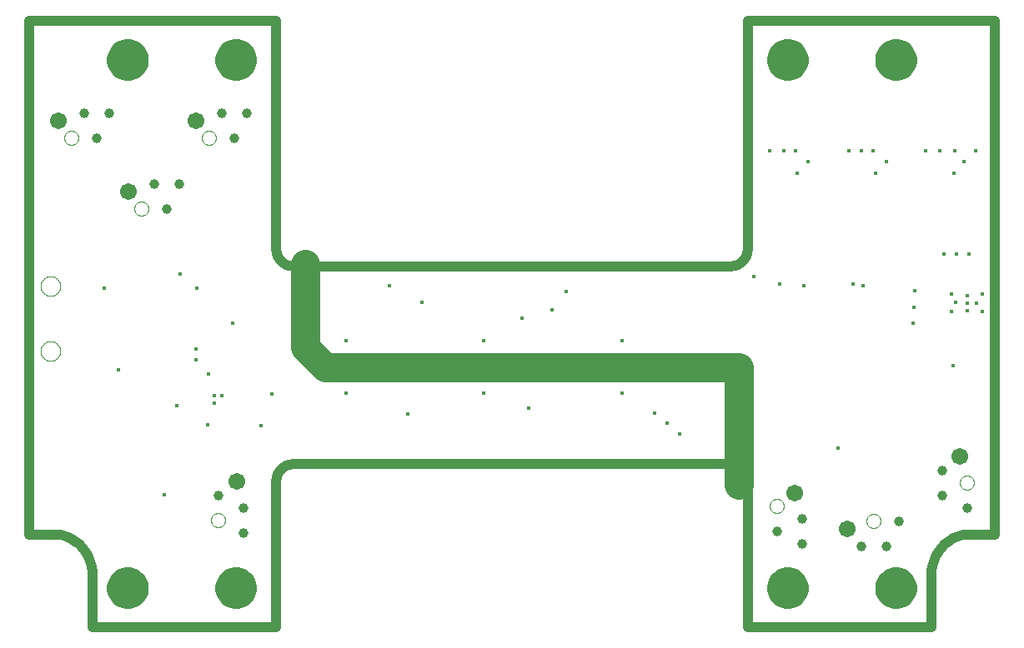
<source format=gbr>
%TF.GenerationSoftware,Altium Limited,Altium Designer,22.9.1 (49)*%
G04 Layer_Physical_Order=3*
G04 Layer_Color=128*
%FSLAX45Y45*%
%MOMM*%
%TF.SameCoordinates,925A93EA-3B44-44BF-AA41-ED200E7300F1*%
%TF.FilePolarity,Negative*%
%TF.FileFunction,Copper,L3,Inr,Plane*%
%TF.Part,Single*%
G01*
G75*
%TA.AperFunction,NonConductor*%
%ADD48C,1.01600*%
%ADD49C,3.00000*%
%TA.AperFunction,ComponentPad*%
%ADD50C,1.70320*%
%ADD51C,1.00320*%
G04:AMPARAMS|DCode=52|XSize=1.6032mm|YSize=1.6032mm|CornerRadius=0mm|HoleSize=0mm|Usage=FLASHONLY|Rotation=0.000|XOffset=0mm|YOffset=0mm|HoleType=Round|Shape=Relief|Width=0.1016mm|Gap=0.1016mm|Entries=4|*
%AMTHD52*
7,0,0,1.60320,1.40000,0.10160,45*
%
%ADD52THD52*%
G04:AMPARAMS|DCode=53|XSize=2.1032mm|YSize=2.1032mm|CornerRadius=0mm|HoleSize=0mm|Usage=FLASHONLY|Rotation=0.000|XOffset=0mm|YOffset=0mm|HoleType=Round|Shape=Relief|Width=0.1016mm|Gap=0.1016mm|Entries=4|*
%AMTHD53*
7,0,0,2.10320,1.90000,0.10160,45*
%
%ADD53THD53*%
%TA.AperFunction,ViaPad*%
%ADD54C,0.40320*%
G36*
X8847305Y5923778D02*
X8876423Y5911717D01*
X8902629Y5894207D01*
X8924915Y5871921D01*
X8942425Y5845715D01*
X8954486Y5816597D01*
X8960635Y5785685D01*
X8960635Y5769927D01*
X8960635Y5754168D01*
X8954486Y5723256D01*
X8942425Y5694138D01*
X8924915Y5667933D01*
X8902629Y5645647D01*
X8876423Y5628137D01*
X8847305Y5616075D01*
X8816394Y5609927D01*
X8784877Y5609927D01*
X8753965Y5616075D01*
X8724847Y5628137D01*
X8698641Y5645647D01*
X8676355Y5667933D01*
X8658845Y5694138D01*
X8646784Y5723256D01*
X8640635Y5754168D01*
X8640635Y5769927D01*
X8640635Y5785685D01*
X8646784Y5816597D01*
X8658845Y5845715D01*
X8676355Y5871921D01*
X8698641Y5894207D01*
X8724847Y5911717D01*
X8753965Y5923778D01*
X8784877Y5929927D01*
X8816394Y5929927D01*
X8847305Y5923778D01*
X8847305Y5923778D02*
G37*
G36*
X7747305Y5923778D02*
X7776423Y5911717D01*
X7802629Y5894207D01*
X7824915Y5871921D01*
X7842425Y5845715D01*
X7854486Y5816597D01*
X7860635Y5785685D01*
X7860635Y5769927D01*
X7860635Y5754168D01*
X7854486Y5723256D01*
X7842425Y5694138D01*
X7824915Y5667933D01*
X7802629Y5645647D01*
X7776423Y5628137D01*
X7747305Y5616075D01*
X7716394Y5609927D01*
X7684876Y5609927D01*
X7653965Y5616075D01*
X7624847Y5628137D01*
X7598641Y5645647D01*
X7576355Y5667933D01*
X7558845Y5694138D01*
X7546784Y5723256D01*
X7540635Y5754168D01*
X7540635Y5769927D01*
X7540635Y5785685D01*
X7546784Y5816597D01*
X7558845Y5845715D01*
X7576355Y5871921D01*
X7598641Y5894207D01*
X7624847Y5911717D01*
X7653965Y5923778D01*
X7684876Y5929927D01*
X7716394Y5929927D01*
X7747305Y5923778D01*
X7747305Y5923778D02*
G37*
G36*
X2147305Y5923778D02*
X2176423Y5911717D01*
X2202629Y5894207D01*
X2224915Y5871921D01*
X2242425Y5845715D01*
X2254486Y5816597D01*
X2260635Y5785685D01*
X2260635Y5769927D01*
X2260635Y5754168D01*
X2254486Y5723256D01*
X2242425Y5694138D01*
X2224915Y5667933D01*
X2202629Y5645647D01*
X2176423Y5628137D01*
X2147305Y5616075D01*
X2116394Y5609927D01*
X2084876Y5609927D01*
X2053965Y5616075D01*
X2024847Y5628137D01*
X1998641Y5645647D01*
X1976355Y5667933D01*
X1958845Y5694138D01*
X1946784Y5723256D01*
X1940635Y5754168D01*
X1940635Y5769927D01*
X1940635Y5785685D01*
X1946784Y5816597D01*
X1958845Y5845715D01*
X1976355Y5871921D01*
X1998641Y5894207D01*
X2024847Y5911717D01*
X2053965Y5923778D01*
X2084876Y5929927D01*
X2116394Y5929927D01*
X2147305Y5923778D01*
X2147305Y5923778D02*
G37*
G36*
X1047305Y5923778D02*
X1076423Y5911717D01*
X1102629Y5894207D01*
X1124915Y5871921D01*
X1142425Y5845715D01*
X1154486Y5816597D01*
X1160635Y5785685D01*
X1160635Y5769927D01*
X1160635Y5754168D01*
X1154486Y5723256D01*
X1142425Y5694138D01*
X1124915Y5667933D01*
X1102629Y5645647D01*
X1076423Y5628137D01*
X1047305Y5616075D01*
X1016393Y5609927D01*
X984876Y5609927D01*
X953965Y5616075D01*
X924847Y5628137D01*
X898641Y5645647D01*
X876355Y5667933D01*
X858845Y5694138D01*
X846784Y5723256D01*
X840635Y5754168D01*
X840635Y5769927D01*
X840635Y5785685D01*
X846784Y5816597D01*
X858845Y5845715D01*
X876355Y5871921D01*
X898641Y5894207D01*
X924847Y5911717D01*
X953965Y5923778D01*
X984876Y5929927D01*
X1016393Y5929927D01*
X1047305Y5923778D01*
X1047305Y5923778D02*
G37*
G36*
X8847305Y554486D02*
X8876423Y542425D01*
X8902629Y524915D01*
X8924915Y502629D01*
X8942425Y476423D01*
X8954486Y447305D01*
X8960635Y416393D01*
X8960635Y400635D01*
X8960635Y384876D01*
X8954486Y353964D01*
X8942425Y324846D01*
X8924915Y298641D01*
X8902629Y276355D01*
X8876423Y258845D01*
X8847305Y246784D01*
X8816394Y240635D01*
X8800635Y240635D01*
X8784877Y240635D01*
X8753965Y246784D01*
X8724847Y258845D01*
X8698641Y276355D01*
X8676355Y298641D01*
X8658845Y324846D01*
X8646784Y353964D01*
X8640635Y384876D01*
X8640635Y400635D01*
X8640635Y416393D01*
X8646784Y447305D01*
X8658845Y476423D01*
X8676355Y502629D01*
X8698641Y524915D01*
X8724847Y542425D01*
X8753965Y554486D01*
X8784877Y560635D01*
X8816394Y560635D01*
X8847305Y554486D01*
X8847305Y554486D02*
G37*
G36*
X7747305Y554486D02*
X7776423Y542425D01*
X7802629Y524915D01*
X7824915Y502629D01*
X7842425Y476423D01*
X7854486Y447305D01*
X7860635Y416393D01*
X7860635Y400635D01*
X7860635Y384876D01*
X7854486Y353964D01*
X7842425Y324846D01*
X7824915Y298641D01*
X7802629Y276355D01*
X7776423Y258845D01*
X7747305Y246784D01*
X7716394Y240635D01*
X7700635Y240635D01*
X7684876Y240635D01*
X7653965Y246784D01*
X7624847Y258845D01*
X7598641Y276355D01*
X7576355Y298641D01*
X7558845Y324846D01*
X7546784Y353964D01*
X7540635Y384876D01*
X7540635Y400635D01*
X7540635Y416393D01*
X7546784Y447305D01*
X7558845Y476423D01*
X7576355Y502629D01*
X7598641Y524915D01*
X7624847Y542425D01*
X7653965Y554486D01*
X7684876Y560635D01*
X7716394Y560635D01*
X7747305Y554486D01*
X7747305Y554486D02*
G37*
G36*
X2147305Y554486D02*
X2176423Y542425D01*
X2202629Y524915D01*
X2224915Y502629D01*
X2242425Y476423D01*
X2254486Y447305D01*
X2260635Y416393D01*
X2260635Y400635D01*
X2260635Y384876D01*
X2254486Y353964D01*
X2242425Y324846D01*
X2224915Y298641D01*
X2202629Y276355D01*
X2176423Y258845D01*
X2147305Y246784D01*
X2116394Y240635D01*
X2100635Y240635D01*
X2084876Y240635D01*
X2053965Y246784D01*
X2024847Y258845D01*
X1998641Y276355D01*
X1976355Y298641D01*
X1958845Y324846D01*
X1946784Y353964D01*
X1940635Y384876D01*
X1940635Y400635D01*
X1940635Y416393D01*
X1946784Y447305D01*
X1958845Y476423D01*
X1976355Y502629D01*
X1998641Y524915D01*
X2024847Y542425D01*
X2053965Y554486D01*
X2084876Y560635D01*
X2116394Y560635D01*
X2147305Y554486D01*
X2147305Y554486D02*
G37*
G36*
X1047305Y554486D02*
X1076423Y542425D01*
X1102629Y524915D01*
X1124915Y502629D01*
X1142425Y476423D01*
X1154486Y447305D01*
X1160635Y416393D01*
X1160635Y400635D01*
X1160635Y384876D01*
X1154486Y353964D01*
X1142425Y324846D01*
X1124915Y298641D01*
X1102629Y276355D01*
X1076423Y258845D01*
X1047305Y246784D01*
X1016393Y240635D01*
X1000635Y240635D01*
X984876Y240635D01*
X953965Y246784D01*
X924847Y258845D01*
X898641Y276355D01*
X876355Y298641D01*
X858845Y324846D01*
X846784Y353964D01*
X840635Y384876D01*
X840635Y400635D01*
X840635Y416393D01*
X846784Y447305D01*
X858845Y476423D01*
X876355Y502629D01*
X898641Y524915D01*
X924847Y542425D01*
X953965Y554486D01*
X984876Y560635D01*
X1016393Y560635D01*
X1047305Y554486D01*
X1047305Y554486D02*
G37*
D48*
X8816394Y5929927D02*
X8847305Y5923778D01*
X8876423Y5911717D01*
X8902629Y5894207D01*
X8924915Y5871921D01*
X8942425Y5845715D01*
X8954486Y5816597D01*
X8960635Y5785685D01*
X8960635Y5769927D02*
X8960635Y5785685D01*
X8960635Y5754168D02*
X8960635Y5769927D01*
X8954486Y5723256D02*
X8960635Y5754168D01*
X8942425Y5694138D02*
X8954486Y5723256D01*
X8924915Y5667933D02*
X8942425Y5694138D01*
X8902629Y5645647D02*
X8924915Y5667933D01*
X8876423Y5628137D02*
X8902629Y5645647D01*
X8847305Y5616075D02*
X8876423Y5628137D01*
X8816394Y5609927D02*
X8847305Y5616075D01*
X8784877Y5609927D02*
X8816394Y5609927D01*
X8753965Y5616075D02*
X8784877Y5609927D01*
X8724847Y5628137D02*
X8753965Y5616075D01*
X8698641Y5645647D02*
X8724847Y5628137D01*
X8676355Y5667933D02*
X8698641Y5645647D01*
X8658845Y5694138D02*
X8676355Y5667933D01*
X8646784Y5723256D02*
X8658845Y5694138D01*
X8640635Y5754168D02*
X8646784Y5723256D01*
X8640635Y5754168D02*
X8640635Y5769927D01*
X8640635Y5785685D01*
X8646784Y5816597D01*
X8658845Y5845715D01*
X8676355Y5871921D01*
X8698641Y5894207D01*
X8724847Y5911717D01*
X8753965Y5923778D01*
X8784877Y5929927D01*
X8816394Y5929927D01*
X7716394Y5929927D02*
X7747305Y5923778D01*
X7776423Y5911717D01*
X7802629Y5894207D01*
X7824915Y5871921D01*
X7842425Y5845715D01*
X7854486Y5816597D01*
X7860635Y5785685D01*
X7860635Y5769927D02*
X7860635Y5785685D01*
X7860635Y5754168D02*
X7860635Y5769927D01*
X7854486Y5723256D02*
X7860635Y5754168D01*
X7842425Y5694138D02*
X7854486Y5723256D01*
X7824915Y5667933D02*
X7842425Y5694138D01*
X7802629Y5645647D02*
X7824915Y5667933D01*
X7776423Y5628137D02*
X7802629Y5645647D01*
X7747305Y5616075D02*
X7776423Y5628137D01*
X7716394Y5609927D02*
X7747305Y5616075D01*
X7684876Y5609927D02*
X7716394Y5609927D01*
X7653965Y5616075D02*
X7684876Y5609927D01*
X7624847Y5628137D02*
X7653965Y5616075D01*
X7598641Y5645647D02*
X7624847Y5628137D01*
X7576355Y5667933D02*
X7598641Y5645647D01*
X7558845Y5694138D02*
X7576355Y5667933D01*
X7546784Y5723256D02*
X7558845Y5694138D01*
X7540635Y5754168D02*
X7546784Y5723256D01*
X7540635Y5754168D02*
X7540635Y5769927D01*
X7540635Y5785685D01*
X7546784Y5816597D01*
X7558845Y5845715D01*
X7576355Y5871921D01*
X7598641Y5894207D01*
X7624847Y5911717D01*
X7653965Y5923778D01*
X7684876Y5929927D01*
X7716394Y5929927D01*
X1016393Y560635D02*
X1047305Y554486D01*
X1076423Y542425D01*
X1102629Y524915D01*
X1124915Y502629D01*
X1142425Y476423D01*
X1154486Y447305D01*
X1160635Y416393D01*
X1160635Y400635D02*
X1160635Y416393D01*
X1160635Y384876D02*
X1160635Y400635D01*
X1154486Y353964D02*
X1160635Y384876D01*
X1142425Y324846D02*
X1154486Y353964D01*
X1124915Y298641D02*
X1142425Y324846D01*
X1102629Y276355D02*
X1124915Y298641D01*
X1076423Y258845D02*
X1102629Y276355D01*
X1047305Y246784D02*
X1076423Y258845D01*
X1016393Y240635D02*
X1047305Y246784D01*
X1000635Y240635D02*
X1016393Y240635D01*
X984876Y240635D02*
X1000635Y240635D01*
X953965Y246784D02*
X984876Y240635D01*
X924847Y258845D02*
X953965Y246784D01*
X898641Y276355D02*
X924847Y258845D01*
X876355Y298641D02*
X898641Y276355D01*
X858845Y324846D02*
X876355Y298641D01*
X846784Y353964D02*
X858845Y324846D01*
X840635Y384876D02*
X846784Y353964D01*
X840635Y384876D02*
X840635Y400635D01*
X840635Y416393D01*
X846784Y447305D01*
X858845Y476423D01*
X876355Y502629D01*
X898641Y524915D01*
X924847Y542425D01*
X953965Y554486D01*
X984876Y560635D01*
X1016393Y560635D01*
X2116394Y560635D02*
X2147305Y554486D01*
X2176423Y542425D01*
X2202629Y524915D01*
X2224915Y502629D01*
X2242425Y476423D01*
X2254486Y447305D01*
X2260635Y416393D01*
X2260635Y400635D02*
X2260635Y416393D01*
X2260635Y384876D02*
X2260635Y400635D01*
X2254486Y353964D02*
X2260635Y384876D01*
X2242425Y324846D02*
X2254486Y353964D01*
X2224915Y298641D02*
X2242425Y324846D01*
X2202629Y276355D02*
X2224915Y298641D01*
X2176423Y258845D02*
X2202629Y276355D01*
X2147305Y246784D02*
X2176423Y258845D01*
X2116394Y240635D02*
X2147305Y246784D01*
X2100635Y240635D02*
X2116394Y240635D01*
X2084876Y240635D02*
X2100635Y240635D01*
X2053965Y246784D02*
X2084876Y240635D01*
X2024847Y258845D02*
X2053965Y246784D01*
X1998641Y276355D02*
X2024847Y258845D01*
X1976355Y298641D02*
X1998641Y276355D01*
X1958845Y324846D02*
X1976355Y298641D01*
X1946784Y353964D02*
X1958845Y324846D01*
X1940635Y384876D02*
X1946784Y353964D01*
X1940635Y384876D02*
X1940635Y400635D01*
X1940635Y416393D01*
X1946784Y447305D01*
X1958845Y476423D01*
X1976355Y502629D01*
X1998641Y524915D01*
X2024847Y542425D01*
X2053965Y554486D01*
X2084876Y560635D01*
X2116394Y560635D01*
X7716394Y560635D02*
X7747305Y554486D01*
X7776423Y542425D01*
X7802629Y524915D01*
X7824915Y502629D01*
X7842425Y476423D01*
X7854486Y447305D01*
X7860635Y416393D01*
X7860635Y400635D02*
X7860635Y416393D01*
X7860635Y384876D02*
X7860635Y400635D01*
X7854486Y353964D02*
X7860635Y384876D01*
X7842425Y324846D02*
X7854486Y353964D01*
X7824915Y298641D02*
X7842425Y324846D01*
X7802629Y276355D02*
X7824915Y298641D01*
X7776423Y258845D02*
X7802629Y276355D01*
X7747305Y246784D02*
X7776423Y258845D01*
X7716394Y240635D02*
X7747305Y246784D01*
X7700635Y240635D02*
X7716394Y240635D01*
X7684876Y240635D02*
X7700635Y240635D01*
X7653965Y246784D02*
X7684876Y240635D01*
X7624847Y258845D02*
X7653965Y246784D01*
X7598641Y276355D02*
X7624847Y258845D01*
X7576355Y298641D02*
X7598641Y276355D01*
X7558845Y324846D02*
X7576355Y298641D01*
X7546784Y353964D02*
X7558845Y324846D01*
X7540635Y384876D02*
X7546784Y353964D01*
X7540635Y384876D02*
X7540635Y400635D01*
X7540635Y416393D01*
X7546784Y447305D01*
X7558845Y476423D01*
X7576355Y502629D01*
X7598641Y524915D01*
X7624847Y542425D01*
X7653965Y554486D01*
X7684876Y560635D01*
X7716394Y560635D01*
X8816394Y560635D02*
X8847305Y554486D01*
X8876423Y542425D01*
X8902629Y524915D01*
X8924915Y502629D01*
X8942425Y476423D01*
X8954486Y447305D01*
X8960635Y416393D01*
X8960635Y400635D02*
X8960635Y416393D01*
X8960635Y384876D02*
X8960635Y400635D01*
X8954486Y353964D02*
X8960635Y384876D01*
X8942425Y324846D02*
X8954486Y353964D01*
X8924915Y298641D02*
X8942425Y324846D01*
X8902629Y276355D02*
X8924915Y298641D01*
X8876423Y258845D02*
X8902629Y276355D01*
X8847305Y246784D02*
X8876423Y258845D01*
X8816394Y240635D02*
X8847305Y246784D01*
X8800635Y240635D02*
X8816394Y240635D01*
X8784877Y240635D02*
X8800635Y240635D01*
X8753965Y246784D02*
X8784877Y240635D01*
X8724847Y258845D02*
X8753965Y246784D01*
X8698641Y276355D02*
X8724847Y258845D01*
X8676355Y298641D02*
X8698641Y276355D01*
X8658845Y324846D02*
X8676355Y298641D01*
X8646784Y353964D02*
X8658845Y324846D01*
X8640635Y384876D02*
X8646784Y353964D01*
X8640635Y384876D02*
X8640635Y400635D01*
X8640635Y416393D01*
X8646784Y447305D01*
X8658845Y476423D01*
X8676355Y502629D01*
X8698641Y524915D01*
X8724847Y542425D01*
X8753965Y554486D01*
X8784877Y560635D01*
X8816394Y560635D01*
X1016393Y5929927D02*
X1047305Y5923778D01*
X1076423Y5911717D01*
X1102629Y5894207D01*
X1124915Y5871921D01*
X1142425Y5845715D01*
X1154486Y5816597D01*
X1160635Y5785685D01*
X1160635Y5769927D02*
X1160635Y5785685D01*
X1160635Y5754168D02*
X1160635Y5769927D01*
X1154486Y5723256D02*
X1160635Y5754168D01*
X1142425Y5694138D02*
X1154486Y5723256D01*
X1124915Y5667933D02*
X1142425Y5694138D01*
X1102629Y5645647D02*
X1124915Y5667933D01*
X1076423Y5628137D02*
X1102629Y5645647D01*
X1047305Y5616075D02*
X1076423Y5628137D01*
X1016393Y5609927D02*
X1047305Y5616075D01*
X984876Y5609927D02*
X1016393Y5609927D01*
X953965Y5616075D02*
X984876Y5609927D01*
X924847Y5628137D02*
X953965Y5616075D01*
X898641Y5645647D02*
X924847Y5628137D01*
X876355Y5667933D02*
X898641Y5645647D01*
X858845Y5694138D02*
X876355Y5667933D01*
X846784Y5723256D02*
X858845Y5694138D01*
X840635Y5754168D02*
X846784Y5723256D01*
X840635Y5754168D02*
X840635Y5769927D01*
X840635Y5785685D01*
X846784Y5816597D01*
X858845Y5845715D01*
X876355Y5871921D01*
X898641Y5894207D01*
X924847Y5911717D01*
X953965Y5923778D01*
X984876Y5929927D01*
X1016393Y5929927D01*
X2116394Y5929927D02*
X2147305Y5923778D01*
X2176423Y5911717D01*
X2202629Y5894207D01*
X2224915Y5871921D01*
X2242425Y5845715D01*
X2254486Y5816597D01*
X2260635Y5785685D01*
X2260635Y5769927D02*
X2260635Y5785685D01*
X2260635Y5754168D02*
X2260635Y5769927D01*
X2254486Y5723256D02*
X2260635Y5754168D01*
X2242425Y5694138D02*
X2254486Y5723256D01*
X2224915Y5667933D02*
X2242425Y5694138D01*
X2202629Y5645647D02*
X2224915Y5667933D01*
X2176423Y5628137D02*
X2202629Y5645647D01*
X2147305Y5616075D02*
X2176423Y5628137D01*
X2116394Y5609927D02*
X2147305Y5616075D01*
X2084876Y5609927D02*
X2116394Y5609927D01*
X2053965Y5616075D02*
X2084876Y5609927D01*
X2024847Y5628137D02*
X2053965Y5616075D01*
X1998641Y5645647D02*
X2024847Y5628137D01*
X1976355Y5667933D02*
X1998641Y5645647D01*
X1958845Y5694138D02*
X1976355Y5667933D01*
X1946784Y5723256D02*
X1958845Y5694138D01*
X1940635Y5754168D02*
X1946784Y5723256D01*
X1940635Y5754168D02*
X1940635Y5769927D01*
X1940635Y5785685D01*
X1946784Y5816597D01*
X1958845Y5845715D01*
X1976355Y5871921D01*
X1998641Y5894207D01*
X2024847Y5911717D01*
X2053965Y5923778D01*
X2084876Y5929927D01*
X2116394Y5929927D01*
X9800635Y948152D02*
X9800635Y6169927D01*
X7300635Y6169927D02*
X9800635Y6169927D01*
X7300635Y6169927D02*
X7300635Y3867813D01*
X7299672Y3848209D02*
X7300635Y3867813D01*
X7292023Y3809756D02*
X7299672Y3848209D01*
X7277019Y3773534D02*
X7292023Y3809756D01*
X7255237Y3740934D02*
X7277019Y3773534D01*
X7227514Y3713211D02*
X7255237Y3740934D01*
X7194914Y3691429D02*
X7227514Y3713211D01*
X7158692Y3676425D02*
X7194914Y3691429D01*
X7120238Y3668776D02*
X7158692Y3676425D01*
X7100635Y3667813D02*
X7120238Y3668776D01*
X2700635Y3667813D02*
X7100635Y3667813D01*
X2681031Y3668776D02*
X2700635Y3667813D01*
X2642578Y3676425D02*
X2681031Y3668776D01*
X2606356Y3691429D02*
X2642578Y3676425D01*
X2573756Y3713211D02*
X2606356Y3691429D01*
X2546033Y3740934D02*
X2573756Y3713211D01*
X2524251Y3773533D02*
X2546033Y3740934D01*
X2509247Y3809756D02*
X2524251Y3773533D01*
X2501598Y3848209D02*
X2509247Y3809756D01*
X2500635Y3867813D02*
X2501598Y3848209D01*
X2500635Y3867813D02*
X2500635Y6169927D01*
X635Y6169927D02*
X2500635Y6169927D01*
X635Y948152D02*
X635Y6169927D01*
X635Y948152D02*
X240635Y948152D01*
X266796Y947296D01*
X318671Y940466D01*
X369211Y926924D01*
X417550Y906901D01*
X462863Y880740D01*
X504373Y848888D01*
X541371Y811890D01*
X573223Y770380D01*
X599384Y725067D01*
X619407Y676728D01*
X632949Y626188D01*
X639779Y574313D01*
X640635Y548152D01*
X640635Y635D02*
X640635Y548152D01*
X640635Y635D02*
X2500635Y635D01*
X2500635Y1467814D02*
X2500635Y635D01*
X2500635Y1467814D02*
X2501598Y1487417D01*
X2509247Y1525870D01*
X2524250Y1562093D01*
X2546033Y1594692D01*
X2573756Y1622415D01*
X2606355Y1644197D01*
X2642578Y1659201D01*
X2681031Y1666850D01*
X2700635Y1667813D01*
X7100635Y1667814D01*
X7120238Y1666850D01*
X7158692Y1659201D01*
X7194914Y1644197D01*
X7227513Y1622415D01*
X7255237Y1594692D01*
X7277019Y1562092D01*
X7292023Y1525870D01*
X7299672Y1487416D01*
X7300635Y1467813D01*
X7300635Y635D01*
X9160635Y635D01*
X9160635Y548152D01*
X9161491Y574313D01*
X9168321Y626188D01*
X9181863Y676728D01*
X9201886Y725067D01*
X9228047Y770380D01*
X9259899Y811890D01*
X9296897Y848888D01*
X9338407Y880740D01*
X9383720Y906901D01*
X9432059Y926924D01*
X9482599Y940466D01*
X9534474Y947296D01*
X9560635Y948152D01*
X9800635Y948152D01*
D49*
X7200000Y1450000D02*
X7200000Y2650000D01*
X3000000Y2650000D02*
X7200000Y2650000D01*
X2800000Y2850000D02*
X3000000Y2650000D01*
X2800000Y2850000D02*
X2800000Y3700000D01*
D50*
X1003000Y4430700D02*
D03*
X291800Y5154600D02*
D03*
X1688800Y5154600D02*
D03*
X9451000Y1740200D02*
D03*
X7774600Y1371900D02*
D03*
X8305500Y1005500D02*
D03*
X2102900Y1484600D02*
D03*
D51*
X1524000Y4504700D02*
D03*
X1397000Y4250700D02*
D03*
X1270000Y4504700D02*
D03*
X812800Y5228600D02*
D03*
X685800Y4974600D02*
D03*
X558800Y5228600D02*
D03*
X2209800Y5228600D02*
D03*
X2082800Y4974600D02*
D03*
X1955800Y5228600D02*
D03*
X9525000Y1219200D02*
D03*
X9271000Y1346200D02*
D03*
X9271000Y1600200D02*
D03*
X7848600Y850900D02*
D03*
X7594600Y977900D02*
D03*
X7848600Y1104900D02*
D03*
X8826500Y1079500D02*
D03*
X8699500Y825500D02*
D03*
X8445500Y825500D02*
D03*
X2176900Y963600D02*
D03*
X2176900Y1217600D02*
D03*
X1922900Y1344600D02*
D03*
D52*
X1143000Y4250700D02*
D03*
X431800Y4974600D02*
D03*
X1828800Y4974600D02*
D03*
X9525000Y1473200D02*
D03*
X7594600Y1231900D02*
D03*
X8572500Y1079500D02*
D03*
X1922900Y1090600D02*
D03*
D53*
X215100Y2811000D02*
D03*
X215100Y3471000D02*
D03*
D54*
X2062500Y3093700D02*
D03*
X9612500Y3297500D02*
D03*
X9407500Y3302500D02*
D03*
X9522500Y3222500D02*
D03*
X9525000Y3377500D02*
D03*
X9520000Y3300000D02*
D03*
X9675000Y3390000D02*
D03*
X9362500Y3387500D02*
D03*
X9360000Y3210000D02*
D03*
X9675000Y3215000D02*
D03*
X8987500Y3427500D02*
D03*
X8985601Y3252700D02*
D03*
X8970601Y3092201D02*
D03*
X9380000Y2660000D02*
D03*
X8212500Y1827500D02*
D03*
X7867500Y3480000D02*
D03*
X7617500Y3490000D02*
D03*
X8462500Y3477500D02*
D03*
X7360000Y3567500D02*
D03*
X1367500Y1352500D02*
D03*
X905000Y2622500D02*
D03*
X1498600Y2260600D02*
D03*
X3840000Y2175000D02*
D03*
X1695000Y2722500D02*
D03*
X1689100Y2832100D02*
D03*
X1810000Y2065000D02*
D03*
X9410000Y3800000D02*
D03*
X6020000Y2920000D02*
D03*
X9390000Y4620000D02*
D03*
X8590000Y4620000D02*
D03*
X7800000Y4620000D02*
D03*
X8700000Y4740000D02*
D03*
X7910000Y4740000D02*
D03*
X9490000Y4739843D02*
D03*
X9540000Y3800000D02*
D03*
X9290000Y3800000D02*
D03*
X8570000Y4850000D02*
D03*
X8320000Y4850000D02*
D03*
X8449400Y4846400D02*
D03*
X7780000Y4850000D02*
D03*
X7520000Y4850000D02*
D03*
X7658100Y4846400D02*
D03*
X5450000Y3420000D02*
D03*
X8360000Y3490000D02*
D03*
X5310000Y3230000D02*
D03*
X3660000Y3480000D02*
D03*
X3990000Y3310000D02*
D03*
X5000000Y3150000D02*
D03*
X9610000Y4850000D02*
D03*
X9400000Y4850000D02*
D03*
X9100000Y4850000D02*
D03*
X9245600Y4846400D02*
D03*
X5067300Y2235200D02*
D03*
X2349500Y2057400D02*
D03*
X2463800Y2374900D02*
D03*
X6350000Y2184400D02*
D03*
X6477000Y2082800D02*
D03*
X1816100Y2578100D02*
D03*
X3213100Y2921000D02*
D03*
X4610100Y2921000D02*
D03*
X1955800Y2362200D02*
D03*
X1879600Y2286000D02*
D03*
X762000Y3454400D02*
D03*
X4610100Y2387600D02*
D03*
X3213100Y2387600D02*
D03*
X6019800Y2387600D02*
D03*
X1879600Y2362200D02*
D03*
X6604000Y1968500D02*
D03*
X1534800Y3594100D02*
D03*
X1701800Y3454400D02*
D03*
%TF.MD5,8be5ee1887cacce1981438d079a083d3*%
M02*

</source>
